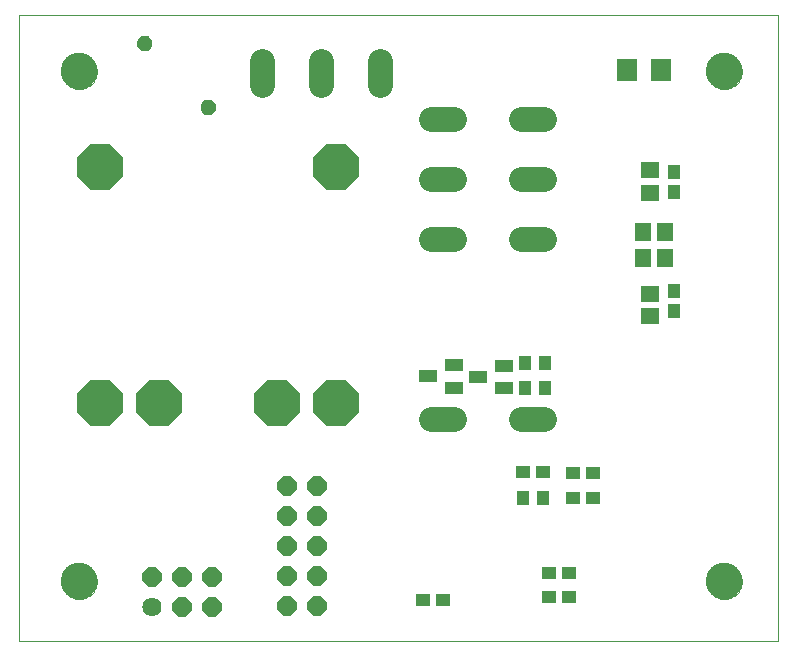
<source format=gbs>
G75*
G70*
%OFA0B0*%
%FSLAX24Y24*%
%IPPOS*%
%LPD*%
%AMOC8*
5,1,8,0,0,1.08239X$1,22.5*
%
%ADD10C,0.0000*%
%ADD11C,0.0820*%
%ADD12OC8,0.1540*%
%ADD13R,0.0473X0.0434*%
%ADD14R,0.0434X0.0473*%
%ADD15C,0.1221*%
%ADD16R,0.0591X0.0434*%
%ADD17R,0.0631X0.0552*%
%ADD18R,0.0552X0.0631*%
%ADD19C,0.0104*%
%ADD20OC8,0.0640*%
%ADD21R,0.0670X0.0750*%
%ADD22C,0.0640*%
D10*
X000140Y000290D02*
X000140Y021156D01*
X000140Y021165D02*
X025443Y021165D01*
X025443Y021156D02*
X025443Y000290D01*
X000140Y000290D01*
X001549Y002290D02*
X001551Y002338D01*
X001557Y002386D01*
X001567Y002433D01*
X001580Y002479D01*
X001598Y002524D01*
X001618Y002568D01*
X001643Y002610D01*
X001671Y002649D01*
X001701Y002686D01*
X001735Y002720D01*
X001772Y002752D01*
X001810Y002781D01*
X001851Y002806D01*
X001894Y002828D01*
X001939Y002846D01*
X001985Y002860D01*
X002032Y002871D01*
X002080Y002878D01*
X002128Y002881D01*
X002176Y002880D01*
X002224Y002875D01*
X002272Y002866D01*
X002318Y002854D01*
X002363Y002837D01*
X002407Y002817D01*
X002449Y002794D01*
X002489Y002767D01*
X002527Y002737D01*
X002562Y002704D01*
X002594Y002668D01*
X002624Y002630D01*
X002650Y002589D01*
X002672Y002546D01*
X002692Y002502D01*
X002707Y002457D01*
X002719Y002410D01*
X002727Y002362D01*
X002731Y002314D01*
X002731Y002266D01*
X002727Y002218D01*
X002719Y002170D01*
X002707Y002123D01*
X002692Y002078D01*
X002672Y002034D01*
X002650Y001991D01*
X002624Y001950D01*
X002594Y001912D01*
X002562Y001876D01*
X002527Y001843D01*
X002489Y001813D01*
X002449Y001786D01*
X002407Y001763D01*
X002363Y001743D01*
X002318Y001726D01*
X002272Y001714D01*
X002224Y001705D01*
X002176Y001700D01*
X002128Y001699D01*
X002080Y001702D01*
X002032Y001709D01*
X001985Y001720D01*
X001939Y001734D01*
X001894Y001752D01*
X001851Y001774D01*
X001810Y001799D01*
X001772Y001828D01*
X001735Y001860D01*
X001701Y001894D01*
X001671Y001931D01*
X001643Y001970D01*
X001618Y002012D01*
X001598Y002056D01*
X001580Y002101D01*
X001567Y002147D01*
X001557Y002194D01*
X001551Y002242D01*
X001549Y002290D01*
X001549Y019290D02*
X001551Y019338D01*
X001557Y019386D01*
X001567Y019433D01*
X001580Y019479D01*
X001598Y019524D01*
X001618Y019568D01*
X001643Y019610D01*
X001671Y019649D01*
X001701Y019686D01*
X001735Y019720D01*
X001772Y019752D01*
X001810Y019781D01*
X001851Y019806D01*
X001894Y019828D01*
X001939Y019846D01*
X001985Y019860D01*
X002032Y019871D01*
X002080Y019878D01*
X002128Y019881D01*
X002176Y019880D01*
X002224Y019875D01*
X002272Y019866D01*
X002318Y019854D01*
X002363Y019837D01*
X002407Y019817D01*
X002449Y019794D01*
X002489Y019767D01*
X002527Y019737D01*
X002562Y019704D01*
X002594Y019668D01*
X002624Y019630D01*
X002650Y019589D01*
X002672Y019546D01*
X002692Y019502D01*
X002707Y019457D01*
X002719Y019410D01*
X002727Y019362D01*
X002731Y019314D01*
X002731Y019266D01*
X002727Y019218D01*
X002719Y019170D01*
X002707Y019123D01*
X002692Y019078D01*
X002672Y019034D01*
X002650Y018991D01*
X002624Y018950D01*
X002594Y018912D01*
X002562Y018876D01*
X002527Y018843D01*
X002489Y018813D01*
X002449Y018786D01*
X002407Y018763D01*
X002363Y018743D01*
X002318Y018726D01*
X002272Y018714D01*
X002224Y018705D01*
X002176Y018700D01*
X002128Y018699D01*
X002080Y018702D01*
X002032Y018709D01*
X001985Y018720D01*
X001939Y018734D01*
X001894Y018752D01*
X001851Y018774D01*
X001810Y018799D01*
X001772Y018828D01*
X001735Y018860D01*
X001701Y018894D01*
X001671Y018931D01*
X001643Y018970D01*
X001618Y019012D01*
X001598Y019056D01*
X001580Y019101D01*
X001567Y019147D01*
X001557Y019194D01*
X001551Y019242D01*
X001549Y019290D01*
X023049Y019290D02*
X023051Y019338D01*
X023057Y019386D01*
X023067Y019433D01*
X023080Y019479D01*
X023098Y019524D01*
X023118Y019568D01*
X023143Y019610D01*
X023171Y019649D01*
X023201Y019686D01*
X023235Y019720D01*
X023272Y019752D01*
X023310Y019781D01*
X023351Y019806D01*
X023394Y019828D01*
X023439Y019846D01*
X023485Y019860D01*
X023532Y019871D01*
X023580Y019878D01*
X023628Y019881D01*
X023676Y019880D01*
X023724Y019875D01*
X023772Y019866D01*
X023818Y019854D01*
X023863Y019837D01*
X023907Y019817D01*
X023949Y019794D01*
X023989Y019767D01*
X024027Y019737D01*
X024062Y019704D01*
X024094Y019668D01*
X024124Y019630D01*
X024150Y019589D01*
X024172Y019546D01*
X024192Y019502D01*
X024207Y019457D01*
X024219Y019410D01*
X024227Y019362D01*
X024231Y019314D01*
X024231Y019266D01*
X024227Y019218D01*
X024219Y019170D01*
X024207Y019123D01*
X024192Y019078D01*
X024172Y019034D01*
X024150Y018991D01*
X024124Y018950D01*
X024094Y018912D01*
X024062Y018876D01*
X024027Y018843D01*
X023989Y018813D01*
X023949Y018786D01*
X023907Y018763D01*
X023863Y018743D01*
X023818Y018726D01*
X023772Y018714D01*
X023724Y018705D01*
X023676Y018700D01*
X023628Y018699D01*
X023580Y018702D01*
X023532Y018709D01*
X023485Y018720D01*
X023439Y018734D01*
X023394Y018752D01*
X023351Y018774D01*
X023310Y018799D01*
X023272Y018828D01*
X023235Y018860D01*
X023201Y018894D01*
X023171Y018931D01*
X023143Y018970D01*
X023118Y019012D01*
X023098Y019056D01*
X023080Y019101D01*
X023067Y019147D01*
X023057Y019194D01*
X023051Y019242D01*
X023049Y019290D01*
X023049Y002290D02*
X023051Y002338D01*
X023057Y002386D01*
X023067Y002433D01*
X023080Y002479D01*
X023098Y002524D01*
X023118Y002568D01*
X023143Y002610D01*
X023171Y002649D01*
X023201Y002686D01*
X023235Y002720D01*
X023272Y002752D01*
X023310Y002781D01*
X023351Y002806D01*
X023394Y002828D01*
X023439Y002846D01*
X023485Y002860D01*
X023532Y002871D01*
X023580Y002878D01*
X023628Y002881D01*
X023676Y002880D01*
X023724Y002875D01*
X023772Y002866D01*
X023818Y002854D01*
X023863Y002837D01*
X023907Y002817D01*
X023949Y002794D01*
X023989Y002767D01*
X024027Y002737D01*
X024062Y002704D01*
X024094Y002668D01*
X024124Y002630D01*
X024150Y002589D01*
X024172Y002546D01*
X024192Y002502D01*
X024207Y002457D01*
X024219Y002410D01*
X024227Y002362D01*
X024231Y002314D01*
X024231Y002266D01*
X024227Y002218D01*
X024219Y002170D01*
X024207Y002123D01*
X024192Y002078D01*
X024172Y002034D01*
X024150Y001991D01*
X024124Y001950D01*
X024094Y001912D01*
X024062Y001876D01*
X024027Y001843D01*
X023989Y001813D01*
X023949Y001786D01*
X023907Y001763D01*
X023863Y001743D01*
X023818Y001726D01*
X023772Y001714D01*
X023724Y001705D01*
X023676Y001700D01*
X023628Y001699D01*
X023580Y001702D01*
X023532Y001709D01*
X023485Y001720D01*
X023439Y001734D01*
X023394Y001752D01*
X023351Y001774D01*
X023310Y001799D01*
X023272Y001828D01*
X023235Y001860D01*
X023201Y001894D01*
X023171Y001931D01*
X023143Y001970D01*
X023118Y002012D01*
X023098Y002056D01*
X023080Y002101D01*
X023067Y002147D01*
X023057Y002194D01*
X023051Y002242D01*
X023049Y002290D01*
D11*
X017655Y007700D02*
X016875Y007700D01*
X014655Y007700D02*
X013875Y007700D01*
X013875Y013700D02*
X014655Y013700D01*
X014655Y015700D02*
X013875Y015700D01*
X013875Y017700D02*
X014655Y017700D01*
X016875Y017700D02*
X017655Y017700D01*
X017655Y015700D02*
X016875Y015700D01*
X016875Y013700D02*
X017655Y013700D01*
X012173Y018838D02*
X012173Y019618D01*
X010203Y019618D02*
X010203Y018838D01*
X008233Y018838D02*
X008233Y019618D01*
D12*
X010705Y016105D03*
X002825Y016105D03*
X002825Y008225D03*
X004795Y008225D03*
X008735Y008225D03*
X010705Y008225D03*
D13*
X016928Y005920D03*
X017597Y005920D03*
X018615Y005910D03*
X019285Y005910D03*
X019287Y005078D03*
X018618Y005078D03*
X018487Y002568D03*
X017818Y002568D03*
X017818Y001753D03*
X018487Y001753D03*
X014275Y001660D03*
X013605Y001660D03*
D14*
X016933Y005078D03*
X017602Y005078D03*
X017682Y008750D03*
X017013Y008750D03*
X017008Y009575D03*
X017677Y009575D03*
X021980Y011285D03*
X021980Y011955D03*
X021990Y015255D03*
X021990Y015925D03*
D15*
X023640Y019290D03*
X023640Y002290D03*
X002140Y002290D03*
X002140Y019290D03*
D16*
X013769Y009125D03*
X014636Y008751D03*
X014636Y009499D03*
X015444Y009103D03*
X016311Y009477D03*
X016311Y008728D03*
D17*
X021165Y011128D03*
X021165Y011877D03*
X021165Y015241D03*
X021165Y015989D03*
D18*
X020928Y013938D03*
X021677Y013938D03*
X021677Y013078D03*
X020928Y013078D03*
D19*
X006466Y017948D02*
X006518Y017896D01*
X006346Y017896D01*
X006225Y018017D01*
X006225Y018189D01*
X006346Y018310D01*
X006518Y018310D01*
X006639Y018189D01*
X006639Y018017D01*
X006518Y017896D01*
X006486Y017974D01*
X006378Y017974D01*
X006303Y018049D01*
X006303Y018157D01*
X006378Y018232D01*
X006486Y018232D01*
X006561Y018157D01*
X006561Y018049D01*
X006486Y017974D01*
X006453Y018052D01*
X006411Y018052D01*
X006381Y018082D01*
X006381Y018124D01*
X006411Y018154D01*
X006453Y018154D01*
X006483Y018124D01*
X006483Y018082D01*
X006453Y018052D01*
X004345Y020070D02*
X004397Y020018D01*
X004225Y020018D01*
X004104Y020139D01*
X004104Y020311D01*
X004225Y020432D01*
X004397Y020432D01*
X004518Y020311D01*
X004518Y020139D01*
X004397Y020018D01*
X004365Y020096D01*
X004257Y020096D01*
X004182Y020171D01*
X004182Y020279D01*
X004257Y020354D01*
X004365Y020354D01*
X004440Y020279D01*
X004440Y020171D01*
X004365Y020096D01*
X004332Y020174D01*
X004290Y020174D01*
X004260Y020204D01*
X004260Y020246D01*
X004290Y020276D01*
X004332Y020276D01*
X004362Y020246D01*
X004362Y020204D01*
X004332Y020174D01*
D20*
X009078Y005465D03*
X010078Y005465D03*
X010078Y004465D03*
X010078Y003465D03*
X009078Y003465D03*
X009078Y004465D03*
X009078Y002465D03*
X010078Y002465D03*
X010078Y001465D03*
X009078Y001465D03*
X006590Y001450D03*
X005590Y001450D03*
X005590Y002450D03*
X004590Y002450D03*
X006590Y002450D03*
D21*
X020405Y019325D03*
X021525Y019325D03*
D22*
X004590Y001450D03*
M02*

</source>
